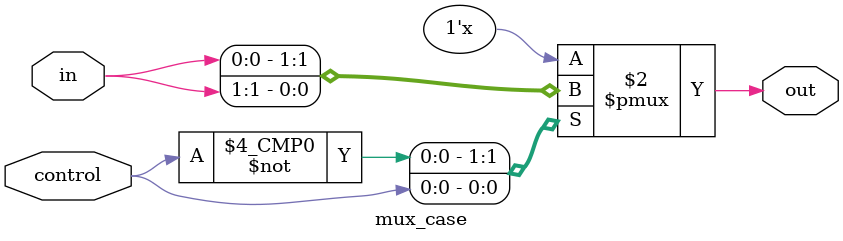
<source format=v>
module mux_case(input wire [1:0] in, input control, output reg out);

  always @ ( * ) begin
    case(control)
      1'b0:
        out = in[0];
      1'b1:
        out = in[1];
    endcase
  end
  endmodule

</source>
